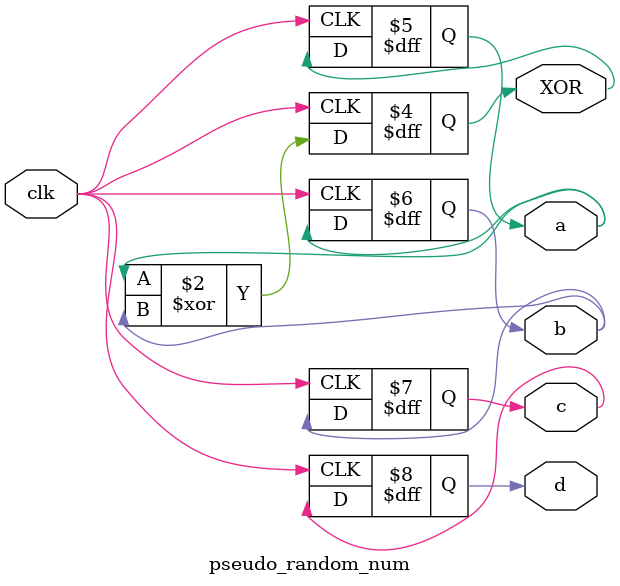
<source format=v>
module pseudo_random_num(
	output XOR,a,b,c,d,
	input clk
	);

wire clk;
reg XOR,a,b,c,d;

initial begin
	// a,b,c,d can be assigned anything except all 0s
	a = 1;
	b = 0;
	c = 1;
	d = 0;
	XOR = 1;
end

always @(posedge clk)
begin
	XOR <= a ^ b;
	a <= XOR;
	b <= a;
	c <= b;
	d <= c;
end

endmodule
</source>
